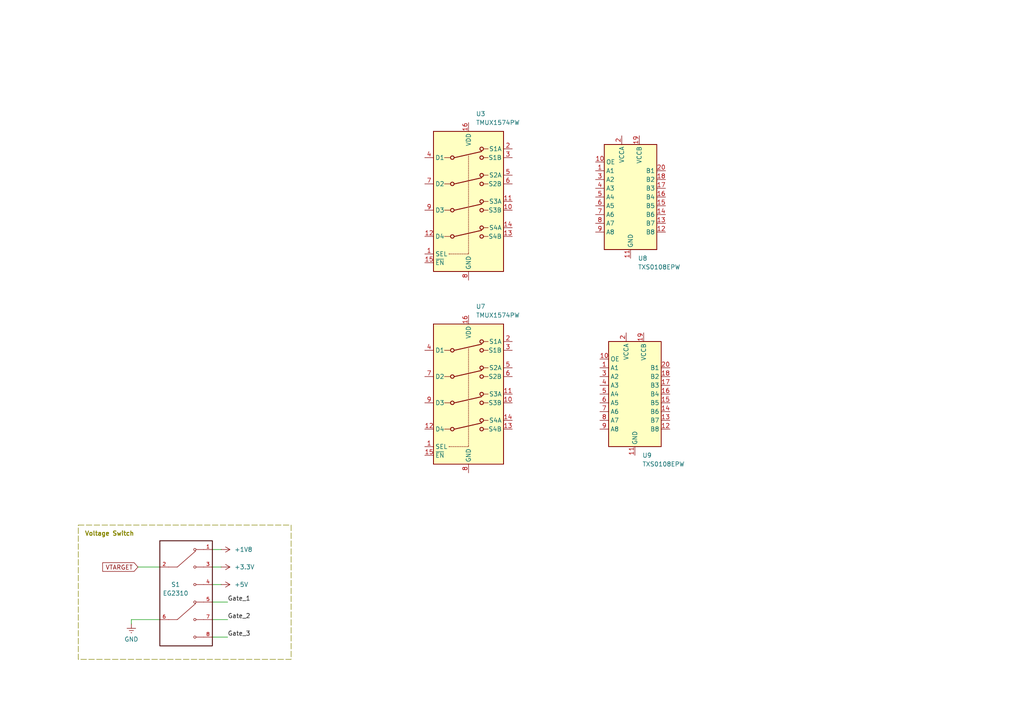
<source format=kicad_sch>
(kicad_sch (version 20250114) (generator "eeschema") (generator_version "9.0")
  (paper "A4")
  (lib_symbols
    (symbol "Analog_Switch:TMUX1574PW"
      (property "Reference" "U" (at -8.89 21.59 0))
      (property "Value" "TMUX1574PW" (at 7.62 21.59 0))
      (symbol "TMUX1574PW_1_1"
        (rectangle (start -10.16 20.32) (end 10.16 -20.32) (stroke (width 0.254)) (fill (type background)))
        (polyline (pts (xy -6.985 12.7) (xy -5.334 12.7)))
        (polyline (pts (xy -6.985 5.08) (xy -5.334 5.08)))
        (polyline (pts (xy -6.985 -2.54) (xy -5.334 -2.54)))
        (polyline (pts (xy -6.985 -10.16) (xy -5.334 -10.16)))
        (polyline (pts (xy -5.715 -15.24) (xy -5.207 -15.24)))
        (polyline (pts (xy -4.953 -15.24) (xy -4.699 -15.24)))
        (circle (center -4.699 12.7) (radius 0.508) (stroke (width 0.254)))
        (circle (center -4.699 5.08) (radius 0.508) (stroke (width 0.254)))
        (circle (center -4.699 -2.54) (radius 0.508) (stroke (width 0.254)))
        (circle (center -4.699 -10.16) (radius 0.508) (stroke (width 0.254)))
        (polyline (pts (xy -4.445 -15.24) (xy -4.191 -15.24)))
        (polyline (pts (xy -3.937 -15.24) (xy -3.683 -15.24)))
        (polyline (pts (xy -3.429 -15.24) (xy -3.175 -15.24)))
        (polyline (pts (xy -2.921 -15.24) (xy -2.667 -15.24)))
        (polyline (pts (xy -2.413 -15.24) (xy -2.159 -15.24)))
        (polyline (pts (xy -1.905 -15.24) (xy -1.651 -15.24)))
        (polyline (pts (xy -1.397 -15.24) (xy -1.143 -15.24)))
        (polyline (pts (xy -0.889 -15.24) (xy -0.635 -15.24)))
        (polyline (pts (xy -0.381 -15.24) (xy -0.127 -15.24)))
        (polyline (pts (xy 0 12.954) (xy 0 13.208)))
        (polyline (pts (xy 0 12.446) (xy 0 12.7)))
        (polyline (pts (xy 0 11.938) (xy 0 12.192)))
        (polyline (pts (xy 0 11.43) (xy 0 11.684)))
        (polyline (pts (xy 0 10.922) (xy 0 11.176)))
        (polyline (pts (xy 0 10.414) (xy 0 10.668)))
        (polyline (pts (xy 0 9.906) (xy 0 10.16)))
        (polyline (pts (xy 0 9.398) (xy 0 9.652)))
        (polyline (pts (xy 0 8.89) (xy 0 9.144)))
        (polyline (pts (xy 0 8.382) (xy 0 8.636)))
        (polyline (pts (xy 0 7.874) (xy 0 8.128)))
        (polyline (pts (xy 0 7.366) (xy 0 7.62)))
        (polyline (pts (xy 0 6.858) (xy 0 7.112)))
        (polyline (pts (xy 0 6.35) (xy 0 6.604)))
        (polyline (pts (xy 0 5.842) (xy 0 6.096)))
        (polyline (pts (xy 0 5.334) (xy 0 5.588)))
        (polyline (pts (xy 0 4.826) (xy 0 5.08)))
        (polyline (pts (xy 0 4.318) (xy 0 4.572)))
        (polyline (pts (xy 0 3.81) (xy 0 4.064)))
        (polyline (pts (xy 0 3.302) (xy 0 3.556)))
        (polyline (pts (xy 0 2.794) (xy 0 3.048)))
        (polyline (pts (xy 0 2.286) (xy 0 2.54)))
        (polyline (pts (xy 0 1.778) (xy 0 2.032)))
        (polyline (pts (xy 0 1.27) (xy 0 1.524)))
        (polyline (pts (xy 0 0.762) (xy 0 1.016)))
        (polyline (pts (xy 0 0.254) (xy 0 0.508)))
        (polyline (pts (xy 0 -0.254) (xy 0 0)))
        (polyline (pts (xy 0 -0.762) (xy 0 -0.508)))
        (polyline (pts (xy 0 -1.27) (xy 0 -1.016)))
        (polyline (pts (xy 0 -2.286) (xy 0 -2.032)))
        (polyline (pts (xy 0 -2.794) (xy 0 -2.54)))
        (polyline (pts (xy 0 -3.302) (xy 0 -3.048)))
        (polyline (pts (xy 0 -3.81) (xy 0 -3.556)))
        (polyline (pts (xy 0 -4.318) (xy 0 -4.064)))
        (polyline (pts (xy 0 -4.826) (xy 0 -4.572)))
        (polyline (pts (xy 0 -5.334) (xy 0 -5.08)))
        (polyline (pts (xy 0 -5.842) (xy 0 -5.588)))
        (polyline (pts (xy 0 -6.35) (xy 0 -6.096)))
        (polyline (pts (xy 0 -6.858) (xy 0 -6.604)))
        (polyline (pts (xy 0 -7.366) (xy 0 -7.112)))
        (polyline (pts (xy 0 -7.874) (xy 0 -7.62)))
        (polyline (pts (xy 0 -8.382) (xy 0 -8.128)))
        (polyline (pts (xy 0 -8.89) (xy 0 -8.636)))
        (polyline (pts (xy 0 -9.398) (xy 0 -9.144)))
        (polyline (pts (xy 0 -9.906) (xy 0 -9.652)))
        (polyline (pts (xy 0 -10.414) (xy 0 -10.16)))
        (polyline (pts (xy 0 -10.922) (xy 0 -10.668)))
        (polyline (pts (xy 0 -11.43) (xy 0 -11.176)))
        (polyline (pts (xy 0 -11.938) (xy 0 -11.684)))
        (polyline (pts (xy 0 -12.446) (xy 0 -12.192)))
        (polyline (pts (xy 0 -12.954) (xy 0 -12.7)))
        (polyline (pts (xy 0 -13.462) (xy 0 -13.208)))
        (polyline (pts (xy 0 -13.97) (xy 0 -13.716)))
        (polyline (pts (xy 0 -14.478) (xy 0 -14.224)))
        (polyline (pts (xy 0 -15.24) (xy 0 -14.732)))
        (circle (center 3.81 15.24) (radius 0.508) (stroke (width 0.254)))
        (polyline (pts (xy 3.81 14.478) (xy -4.064 12.7)) (stroke (width 0.254)))
        (circle (center 3.81 12.7) (radius 0.508) (stroke (width 0.254)))
        (circle (center 3.81 7.62) (radius 0.508) (stroke (width 0.254)))
        (polyline (pts (xy 3.81 6.858) (xy -4.064 5.08)) (stroke (width 0.254)))
        (circle (center 3.81 5.08) (radius 0.508) (stroke (width 0.254)))
        (circle (center 3.81 0) (radius 0.508) (stroke (width 0.254)))
        (polyline (pts (xy 3.81 -0.762) (xy -4.064 -2.54)) (stroke (width 0.254)))
        (circle (center 3.81 -2.54) (radius 0.508) (stroke (width 0.254)))
        (circle (center 3.81 -7.62) (radius 0.508) (stroke (width 0.254)))
        (polyline (pts (xy 3.81 -8.382) (xy -4.064 -10.16)) (stroke (width 0.254)))
        (circle (center 3.81 -10.16) (radius 0.508) (stroke (width 0.254)))
        (polyline (pts (xy 5.715 15.24) (xy 4.445 15.24)))
        (polyline (pts (xy 5.715 12.7) (xy 4.445 12.7)))
        (polyline (pts (xy 5.715 7.62) (xy 4.445 7.62)))
        (polyline (pts (xy 5.715 5.08) (xy 4.445 5.08)))
        (polyline (pts (xy 5.715 0) (xy 4.445 0)))
        (polyline (pts (xy 5.715 -2.54) (xy 4.445 -2.54)))
        (polyline (pts (xy 5.715 -7.62) (xy 4.445 -7.62)))
        (polyline (pts (xy 5.715 -10.16) (xy 4.445 -10.16)))
        (pin passive line (at -12.7 12.7 0) (length 2.54) (name "D1") (number "4"))
        (pin passive line (at -12.7 5.08 0) (length 2.54) (name "D2") (number "7"))
        (pin passive line (at -12.7 -2.54 0) (length 2.54) (name "D3") (number "9"))
        (pin passive line (at -12.7 -10.16 0) (length 2.54) (name "D4") (number "12"))
        (pin input line (at -12.7 -15.24 0) (length 2.54) (name "SEL") (number "1"))
        (pin input line (at -12.7 -17.78 0) (length 2.54) (name "~{EN}") (number "15"))
        (pin power_in line (at 0 22.86 270) (length 2.54) (name "VDD") (number "16"))
        (pin power_in line (at 0 -22.86 90) (length 2.54) (name "GND") (number "8"))
        (pin passive line (at 12.7 15.24 180) (length 2.54) (name "S1A") (number "2"))
        (pin passive line (at 12.7 12.7 180) (length 2.54) (name "S1B") (number "3"))
        (pin passive line (at 12.7 7.62 180) (length 2.54) (name "S2A") (number "5"))
        (pin passive line (at 12.7 5.08 180) (length 2.54) (name "S2B") (number "6"))
        (pin passive line (at 12.7 0 180) (length 2.54) (name "S3A") (number "11"))
        (pin passive line (at 12.7 -2.54 180) (length 2.54) (name "S3B") (number "10"))
        (pin passive line (at 12.7 -7.62 180) (length 2.54) (name "S4A") (number "14"))
        (pin passive line (at 12.7 -10.16 180) (length 2.54) (name "S4B") (number "13"))
      )
    )
    (symbol "Device:LED" (pin_numbers (hide yes)) (pin_names (offset 1.016) (hide yes))
      (property "Reference" "D" (at 0 2.54 0))
      (property "Value" "LED" (at 0 -2.54 0))
      (symbol "LED_0_1"
        (polyline (pts (xy -3.048 -0.762) (xy -4.572 -2.286) (xy -3.81 -2.286) (xy -4.572 -2.286) (xy -4.572 -1.524)))
        (polyline (pts (xy -1.778 -0.762) (xy -3.302 -2.286) (xy -2.54 -2.286) (xy -3.302 -2.286) (xy -3.302 -1.524)))
        (polyline (pts (xy -1.27 0) (xy 1.27 0)))
        (polyline (pts (xy -1.27 -1.27) (xy -1.27 1.27)) (stroke (width 0.254)))
        (polyline (pts (xy 1.27 -1.27) (xy 1.27 1.27) (xy -1.27 0) (xy 1.27 -1.27)) (stroke (width 0.254)))
      )
      (symbol "LED_1_1"
        (pin passive line (at -3.81 0 0) (length 2.54) (name "K") (number "1"))
        (pin passive line (at 3.81 0 180) (length 2.54) (name "A") (number "2"))
      )
    )
    (symbol "Device:R" (pin_numbers (hide yes)) (pin_names (offset 0))
      (property "Reference" "R" (at 2.032 0 90))
      (property "Value" "R" (at 0 0 90))
      (symbol "R_0_1"
        (rectangle (start -1.016 -2.54) (end 1.016 2.54) (stroke (width 0.254)))
      )
      (symbol "R_1_1"
        (pin passive line (at 0 3.81 270) (length 1.27) (name "~") (number "1"))
        (pin passive line (at 0 -3.81 90) (length 1.27) (name "~") (number "2"))
      )
    )
    (symbol "EG2310:EG2310" (pin_names (offset 1.016))
      (property "Reference" "S" (at -2.54 15.24 0))
      (property "Value" "EG2310" (at -2.54 -15.24 0))
      (symbol "EG2310_0_0"
        (polyline (pts (xy -2.54 7.62) (xy -5.08 7.62)) (stroke (width 0.1524)))
        (polyline (pts (xy -2.54 7.62) (xy 2.794 12.2936)) (stroke (width 0.1524)))
        (polyline (pts (xy -2.54 -7.62) (xy -5.08 -7.62)) (stroke (width 0.1524)))
        (polyline (pts (xy -2.54 -7.62) (xy 2.794 -2.9464)) (stroke (width 0.1524)))
        (circle (center 2.54 12.7) (radius 0.3302) (stroke (width 0.1524)))
        (circle (center 2.54 7.62) (radius 0.3302) (stroke (width 0.1524)))
        (circle (center 2.54 2.54) (radius 0.3302) (stroke (width 0.1524)))
        (circle (center 2.54 -2.54) (radius 0.3302) (stroke (width 0.1524)))
        (circle (center 2.54 -7.62) (radius 0.3302) (stroke (width 0.1524)))
        (circle (center 2.54 -12.7) (radius 0.3302) (stroke (width 0.1524)))
        (polyline (pts (xy 5.08 12.7) (xy 2.921 12.7)) (stroke (width 0.1524)))
        (polyline (pts (xy 5.08 7.62) (xy 2.921 7.62)) (stroke (width 0.1524)))
        (polyline (pts (xy 5.08 2.54) (xy 2.921 2.54)) (stroke (width 0.1524)))
        (polyline (pts (xy 5.08 -2.54) (xy 2.921 -2.54)) (stroke (width 0.1524)))
        (polyline (pts (xy 5.08 -7.62) (xy 2.921 -7.62)) (stroke (width 0.1524)))
        (polyline (pts (xy 5.08 -12.7) (xy 2.921 -12.7)) (stroke (width 0.1524)))
        (pin passive line (at -7.62 7.62 0) (length 2.54) (name "~") (number "2"))
        (pin passive line (at -7.62 -7.62 0) (length 2.54) (name "~") (number "6"))
        (pin passive line (at 7.62 12.7 180) (length 2.54) (name "~") (number "1"))
        (pin passive line (at 7.62 7.62 180) (length 2.54) (name "~") (number "3"))
        (pin passive line (at 7.62 2.54 180) (length 2.54) (name "~") (number "4"))
        (pin passive line (at 7.62 -2.54 180) (length 2.54) (name "~") (number "5"))
        (pin passive line (at 7.62 -7.62 180) (length 2.54) (name "~") (number "7"))
        (pin passive line (at 7.62 -12.7 180) (length 2.54) (name "~") (number "8"))
      )
    )
    (symbol "Logic_LevelTranslator:LSF0108PW"
      (property "Reference" "U" (at -6.35 16.51 0))
      (property "Value" "LSF0108PW" (at 3.81 16.51 0))
      (symbol "LSF0108PW_0_1"
        (rectangle (start -7.62 15.24) (end 7.62 -15.24) (stroke (width 0.254)) (fill (type background)))
        (polyline (pts (xy -2.54 0) (xy -2.54 1.016) (xy -0.762 1.016)))
        (polyline (pts (xy -0.762 -1.016) (xy -2.54 -1.016) (xy -2.54 0) (xy -4.572 0)))
        (polyline (pts (xy -0.762 -1.016) (xy 1.016 0) (xy 1.016 -2.032) (xy -0.762 -1.016)))
        (polyline (pts (xy 1.016 1.016) (xy -0.762 0) (xy -0.762 2.032) (xy 1.016 1.016)))
        (polyline (pts (xy 1.016 1.016) (xy 2.794 1.016) (xy 2.794 0) (xy 4.064 0)))
        (polyline (pts (xy 2.794 0) (xy 2.794 -1.016) (xy 1.016 -1.016)))
      )
      (symbol "LSF0108PW_1_1"
        (pin input line (at -10.16 10.16 0) (length 2.54) (name "EN") (number "20"))
        (pin bidirectional line (at -10.16 7.62 0) (length 2.54) (name "A1") (number "3"))
        (pin bidirectional line (at -10.16 5.08 0) (length 2.54) (name "A2") (number "4"))
        (pin bidirectional line (at -10.16 2.54 0) (length 2.54) (name "A3") (number "5"))
        (pin bidirectional line (at -10.16 0 0) (length 2.54) (name "A4") (number "6"))
        (pin bidirectional line (at -10.16 -2.54 0) (length 2.54) (name "A5") (number "7"))
        (pin bidirectional line (at -10.16 -5.08 0) (length 2.54) (name "A6") (number "8"))
        (pin bidirectional line (at -10.16 -7.62 0) (length 2.54) (name "A7") (number "9"))
        (pin bidirectional line (at -10.16 -10.16 0) (length 2.54) (name "A8") (number "10"))
        (pin power_in line (at -2.54 17.78 270) (length 2.54) (name "RefA") (number "2"))
        (pin power_in line (at 0 -17.78 90) (length 2.54) (name "GND") (number "1"))
        (pin power_in line (at 2.54 17.78 270) (length 2.54) (name "RefB") (number "19"))
        (pin bidirectional line (at 10.16 7.62 180) (length 2.54) (name "B1") (number "18"))
        (pin bidirectional line (at 10.16 5.08 180) (length 2.54) (name "B2") (number "17"))
        (pin bidirectional line (at 10.16 2.54 180) (length 2.54) (name "B3") (number "16"))
        (pin bidirectional line (at 10.16 0 180) (length 2.54) (name "B4") (number "15"))
        (pin bidirectional line (at 10.16 -2.54 180) (length 2.54) (name "B5") (number "14"))
        (pin bidirectional line (at 10.16 -5.08 180) (length 2.54) (name "B6") (number "13"))
        (pin bidirectional line (at 10.16 -7.62 180) (length 2.54) (name "B7") (number "12"))
        (pin bidirectional line (at 10.16 -10.16 180) (length 2.54) (name "B8") (number "11"))
      )
    )
    (symbol "Logic_LevelTranslator:TXS0108EPW"
      (property "Reference" "U" (at -6.35 16.51 0))
      (property "Value" "TXS0108EPW" (at 3.81 16.51 0))
      (symbol "TXS0108EPW_0_1"
        (rectangle (start -7.62 15.24) (end 7.62 -15.24) (stroke (width 0.254)) (fill (type background)))
      )
      (symbol "TXS0108EPW_1_1"
        (pin input line (at -10.16 10.16 0) (length 2.54) (name "OE") (number "10"))
        (pin bidirectional line (at -10.16 7.62 0) (length 2.54) (name "A1") (number "1"))
        (pin bidirectional line (at -10.16 5.08 0) (length 2.54) (name "A2") (number "3"))
        (pin bidirectional line (at -10.16 2.54 0) (length 2.54) (name "A3") (number "4"))
        (pin bidirectional line (at -10.16 0 0) (length 2.54) (name "A4") (number "5"))
        (pin bidirectional line (at -10.16 -2.54 0) (length 2.54) (name "A5") (number "6"))
        (pin bidirectional line (at -10.16 -5.08 0) (length 2.54) (name "A6") (number "7"))
        (pin bidirectional line (at -10.16 -7.62 0) (length 2.54) (name "A7") (number "8"))
        (pin bidirectional line (at -10.16 -10.16 0) (length 2.54) (name "A8") (number "9"))
        (pin power_in line (at -2.54 17.78 270) (length 2.54) (name "VCCA") (number "2"))
        (pin power_in line (at 0 -17.78 90) (length 2.54) (name "GND") (number "11"))
        (pin power_in line (at 2.54 17.78 270) (length 2.54) (name "VCCB") (number "19"))
        (pin bidirectional line (at 10.16 7.62 180) (length 2.54) (name "B1") (number "20"))
        (pin bidirectional line (at 10.16 5.08 180) (length 2.54) (name "B2") (number "18"))
        (pin bidirectional line (at 10.16 2.54 180) (length 2.54) (name "B3") (number "17"))
        (pin bidirectional line (at 10.16 0 180) (length 2.54) (name "B4") (number "16"))
        (pin bidirectional line (at 10.16 -2.54 180) (length 2.54) (name "B5") (number "15"))
        (pin bidirectional line (at 10.16 -5.08 180) (length 2.54) (name "B6") (number "14"))
        (pin bidirectional line (at 10.16 -7.62 180) (length 2.54) (name "B7") (number "13"))
        (pin bidirectional line (at 10.16 -10.16 180) (length 2.54) (name "B8") (number "12"))
      )
    )
    (symbol "Transistor_FET:2N7002" (pin_names (offset 0) (hide yes))
      (property "Reference" "Q" (at 5.08 1.905 0))
      (property "Value" "2N7002" (at 5.08 0 0))
      (symbol "2N7002_0_1"
        (polyline (pts (xy 0.254 1.905) (xy 0.254 -1.905)) (stroke (width 0.254)))
        (polyline (pts (xy 0.254 0) (xy -2.54 0)))
        (polyline (pts (xy 0.762 2.286) (xy 0.762 1.27)) (stroke (width 0.254)))
        (polyline (pts (xy 0.762 0.508) (xy 0.762 -0.508)) (stroke (width 0.254)))
        (polyline (pts (xy 0.762 -1.27) (xy 0.762 -2.286)) (stroke (width 0.254)))
        (polyline (pts (xy 0.762 -1.778) (xy 3.302 -1.778) (xy 3.302 1.778) (xy 0.762 1.778)))
        (polyline (pts (xy 1.016 0) (xy 2.032 0.381) (xy 2.032 -0.381) (xy 1.016 0)) (fill (type outline)))
        (circle (center 1.651 0) (radius 2.794) (stroke (width 0.254)))
        (polyline (pts (xy 2.54 2.54) (xy 2.54 1.778)))
        (circle (center 2.54 1.778) (radius 0.254) (fill (type outline)))
        (circle (center 2.54 -1.778) (radius 0.254) (fill (type outline)))
        (polyline (pts (xy 2.54 -2.54) (xy 2.54 0) (xy 0.762 0)))
        (polyline (pts (xy 2.921 0.381) (xy 3.683 0.381)))
        (polyline (pts (xy 3.302 0.381) (xy 2.921 -0.254) (xy 3.683 -0.254) (xy 3.302 0.381)))
      )
      (symbol "2N7002_1_1"
        (pin input line (at -5.08 0 0) (length 2.54) (name "G") (number "1"))
        (pin passive line (at 2.54 5.08 270) (length 2.54) (name "D") (number "3"))
        (pin passive line (at 2.54 -5.08 90) (length 2.54) (name "S") (number "2"))
      )
    )
    (symbol "power:+1V8" (power) (pin_numbers (hide yes)) (pin_names (offset 0) (hide yes))
      (property "Value" "+1V8" (at 0 3.556 0))
      (symbol "+1V8_0_1"
        (polyline (pts (xy -0.762 1.27) (xy 0 2.54)))
        (polyline (pts (xy 0 2.54) (xy 0.762 1.27)))
        (polyline (pts (xy 0 0) (xy 0 2.54)))
      )
      (symbol "+1V8_1_1"
        (pin power_in line (at 0 0 90) (length 0) (name "~") (number "1"))
      )
    )
    (symbol "power:+3.3V" (power) (pin_numbers (hide yes)) (pin_names (offset 0) (hide yes))
      (property "Value" "+3.3V" (at 0 3.556 0))
      (symbol "+3.3V_0_1"
        (polyline (pts (xy -0.762 1.27) (xy 0 2.54)))
        (polyline (pts (xy 0 2.54) (xy 0.762 1.27)))
        (polyline (pts (xy 0 0) (xy 0 2.54)))
      )
      (symbol "+3.3V_1_1"
        (pin power_in line (at 0 0 90) (length 0) (name "~") (number "1"))
      )
    )
    (symbol "power:+5V" (power) (pin_numbers (hide yes)) (pin_names (offset 0) (hide yes))
      (property "Value" "+5V" (at 0 3.556 0))
      (symbol "+5V_0_1"
        (polyline (pts (xy -0.762 1.27) (xy 0 2.54)))
        (polyline (pts (xy 0 2.54) (xy 0.762 1.27)))
        (polyline (pts (xy 0 0) (xy 0 2.54)))
      )
      (symbol "+5V_1_1"
        (pin power_in line (at 0 0 90) (length 0) (name "~") (number "1"))
      )
    )
    (symbol "power:Earth" (power) (pin_numbers (hide yes)) (pin_names (offset 0) (hide yes))
      (property "Value" "Earth" (at 0 -3.81 0))
      (symbol "Earth_0_1"
        (polyline (pts (xy -0.635 -1.905) (xy 0.635 -1.905)))
        (polyline (pts (xy -0.127 -2.54) (xy 0.127 -2.54)))
        (polyline (pts (xy 0 -1.27) (xy 0 0)))
        (polyline (pts (xy 1.27 -1.27) (xy -1.27 -1.27)))
      )
      (symbol "Earth_1_1"
        (pin power_in line (at 0 0 270) (length 0) (name "~") (number "1"))
      )
    )
  )
  (rectangle (start 22.7 152.29) (end 84.435 191.245) (stroke (width 0) (type dash) (color 132 132 0 1)))
  (rectangle (start 407.67 58.42) (end 478.68 125.25) (stroke (width 0) (type dash) (color 132 132 0 1)))
  (rectangle (start 46.355 156.845) (end 61.595 187.325) (stroke (width 0.254) (color 72 0 0 1)))
  (rectangle (start 495.3 58.42) (end 566.31 125.25) (stroke (width 0) (type dash) (color 132 132 0 1)))
  (rectangle (start -105.055 40.425) (end -17.93 93.675) (stroke (width 0) (type dash) (color 132 132 0 1)))
  (rectangle (start 320.04 58.42) (end 391.685 125.25) (stroke (width 0) (type dash) (color 132 132 0 1)))
  (text "Voltage Switch" (at 31.75 154.94 0) (effects (font (size 1.27 1.27) (thickness 0.254) (bold yes))))
  (text "1.8V Voltage Translator" (at 508.762 61.214 0) (effects (font (size 1.27 1.27) (thickness 0.254) (bold yes))))
  (text "MOSFET Enabling Circuit" (at -92.71 42.545 0) (effects (font (size 1.27 1.27) (thickness 0.254) (bold yes))))
  (text "3.3V Voltage Translator" (at 420.878 60.96 0) (effects (font (size 1.27 1.27) (thickness 0.254) (bold yes))))
  (text "5V Voltage Translator" (at 332.486 60.96 0) (effects (font (size 1.27 1.27) (thickness 0.254) (bold yes))))
  (wire (pts (xy 362.585 76.2) (xy 360.68 76.2)))
  (wire (pts (xy -66.04 85.725) (xy -66.04 84.455)))
  (wire (pts (xy 532.765 76.835) (xy 532.765 79.375)))
  (wire (pts (xy 346.71 88.9) (xy 347.98 88.9)))
  (wire (pts (xy 358.14 114.3) (xy 358.14 117.475)))
  (wire (pts (xy 368.3 99.06) (xy 369.57 99.06)))
  (wire (pts (xy 455.295 106.68) (xy 464.185 106.68)))
  (wire (pts (xy 423.545 106.68) (xy 434.975 106.68)))
  (wire (pts (xy 368.3 106.68) (xy 377.19 106.68)))
  (wire (pts (xy 527.685 76.835) (xy 527.685 79.375)))
  (wire (pts (xy 551.815 102.235) (xy 540.385 102.235)))
  (wire (pts (xy 38.1 180.975) (xy 38.1 179.705)))
  (wire (pts (xy 368.3 101.6) (xy 377.19 101.6)))
  (wire (pts (xy 455.295 101.6) (xy 464.185 101.6)))
  (wire (pts (xy 455.295 93.98) (xy 456.565 93.98)))
  (wire (pts (xy 540.385 89.535) (xy 541.655 89.535)))
  (wire (pts (xy 61.595 174.625) (xy 66.04 174.625)))
  (wire (pts (xy 362.585 64.77) (xy 362.585 67.31)))
  (wire (pts (xy 449.58 64.77) (xy 449.58 67.31)))
  (wire (pts (xy 534.67 76.835) (xy 534.67 75.565)))
  (wire (pts (xy 360.68 76.2) (xy 360.68 78.74)))
  (wire (pts (xy 520.065 102.235) (xy 509.905 102.235)))
  (wire (pts (xy 447.675 76.2) (xy 447.675 78.74)))
  (wire (pts (xy 455.295 88.9) (xy 456.565 88.9)))
  (wire (pts (xy 520.065 107.315) (xy 509.905 107.315)))
  (wire (pts (xy 518.16 86.995) (xy 520.065 86.995)))
  (wire (pts (xy 368.3 88.9) (xy 369.57 88.9)))
  (wire (pts (xy 525.78 76.835) (xy 527.685 76.835)))
  (wire (pts (xy 433.705 93.98) (xy 434.975 93.98)))
  (wire (pts (xy 38.1 179.705) (xy 46.355 179.705)))
  (wire (pts (xy 368.3 104.14) (xy 369.57 104.14)))
  (wire (pts (xy 346.075 86.36) (xy 347.98 86.36)))
  (wire (pts (xy 520.065 92.075) (xy 509.905 92.075)))
  (wire (pts (xy -92.075 85.725) (xy -92.075 84.455)))
  (wire (pts (xy -57.785 72.39) (xy -57.785 76.835)))
  (wire (pts (xy 520.065 94.615) (xy 517.525 94.615)))
  (wire (pts (xy -19.685 84.455) (xy -26.67 84.455)))
  (wire (pts (xy -31.75 51.435) (xy -31.75 53.975)))
  (wire (pts (xy 534.67 76.835) (xy 532.765 76.835)))
  (wire (pts (xy 346.71 99.06) (xy 347.98 99.06)))
  (wire (pts (xy 423.545 96.52) (xy 434.975 96.52)))
  (wire (pts (xy 355.6 76.2) (xy 355.6 78.74)))
  (wire (pts (xy 551.815 107.315) (xy 540.385 107.315)))
  (wire (pts (xy 455.295 99.06) (xy 456.565 99.06)))
  (wire (pts (xy 61.595 169.545) (xy 64.135 169.545)))
  (wire (pts (xy 551.815 97.155) (xy 540.385 97.155)))
  (wire (pts (xy -31.75 61.595) (xy -31.75 64.77)))
  (wire (pts (xy 540.385 104.775) (xy 541.655 104.775)))
  (wire (pts (xy 353.695 76.2) (xy 355.6 76.2)))
  (wire (pts (xy 336.55 106.68) (xy 347.98 106.68)))
  (wire (pts (xy 61.595 179.705) (xy 66.04 179.705)))
  (wire (pts (xy 346.71 104.14) (xy 347.98 104.14)))
  (wire (pts (xy 551.815 92.075) (xy 540.385 92.075)))
  (wire (pts (xy 530.225 114.935) (xy 530.225 118.11)))
  (wire (pts (xy 433.705 99.06) (xy 434.975 99.06)))
  (wire (pts (xy 455.295 96.52) (xy 464.185 96.52)))
  (wire (pts (xy 40.005 164.465) (xy 46.355 164.465)))
  (wire (pts (xy 61.595 159.385) (xy 64.135 159.385)))
  (wire (pts (xy 368.3 96.52) (xy 377.19 96.52)))
  (wire (pts (xy 368.3 93.98) (xy 369.57 93.98)))
  (wire (pts (xy 346.71 93.98) (xy 347.98 93.98)))
  (wire (pts (xy 455.295 104.14) (xy 456.565 104.14)))
  (wire (pts (xy 445.135 114.3) (xy 445.135 117.475)))
  (wire (pts (xy 540.385 99.695) (xy 541.655 99.695)))
  (wire (pts (xy -57.785 61.595) (xy -57.785 64.77)))
  (wire (pts (xy 61.595 164.465) (xy 64.135 164.465)))
  (wire (pts (xy 440.69 76.2) (xy 442.595 76.2)))
  (wire (pts (xy 336.55 91.44) (xy 347.98 91.44)))
  (wire (pts (xy 433.705 104.14) (xy 434.975 104.14)))
  (wire (pts (xy -40.005 84.455) (xy -36.83 84.455)))
  (wire (pts (xy -83.82 72.39) (xy -83.82 76.835)))
  (wire (pts (xy 368.3 91.44) (xy 377.19 91.44)))
  (wire (pts (xy 433.705 88.9) (xy 434.975 88.9)))
  (wire (pts (xy 520.065 97.155) (xy 509.905 97.155)))
  (wire (pts (xy 525.78 75.565) (xy 525.78 76.835)))
  (wire (pts (xy -71.755 84.455) (xy -78.74 84.455)))
  (wire (pts (xy 362.585 76.2) (xy 362.585 74.93)))
  (wire (pts (xy 433.07 86.36) (xy 434.975 86.36)))
  (wire (pts (xy 520.065 99.695) (xy 517.525 99.695)))
  (wire (pts (xy 520.065 89.535) (xy 517.525 89.535)))
  (wire (pts (xy -45.72 84.455) (xy -52.705 84.455)))
  (wire (pts (xy 442.595 76.2) (xy 442.595 78.74)))
  (wire (pts (xy 449.58 76.2) (xy 449.58 74.93)))
  (wire (pts (xy 423.545 91.44) (xy 434.975 91.44)))
  (wire (pts (xy -66.04 84.455) (xy -62.865 84.455)))
  (wire (pts (xy -40.005 85.725) (xy -40.005 84.455)))
  (wire (pts (xy 353.695 74.93) (xy 353.695 76.2)))
  (wire (pts (xy 534.67 65.405) (xy 534.67 67.945)))
  (wire (pts (xy 449.58 76.2) (xy 447.675 76.2)))
  (wire (pts (xy -57.785 51.435) (xy -57.785 53.975)))
  (wire (pts (xy 336.55 101.6) (xy 347.98 101.6)))
  (wire (pts (xy 336.55 96.52) (xy 347.98 96.52)))
  (wire (pts (xy 520.065 104.775) (xy 517.525 104.775)))
  (wire (pts (xy 61.595 184.785) (xy 66.04 184.785)))
  (wire (pts (xy 540.385 94.615) (xy 541.655 94.615)))
  (wire (pts (xy 423.545 101.6) (xy 434.975 101.6)))
  (wire (pts (xy -83.82 51.435) (xy -83.82 53.975)))
  (wire (pts (xy 455.295 91.44) (xy 464.185 91.44)))
  (wire (pts (xy 440.69 74.93) (xy 440.69 76.2)))
  (wire (pts (xy -31.75 72.39) (xy -31.75 76.835)))
  (wire (pts (xy -83.82 61.595) (xy -83.82 64.77)))
  (wire (pts (xy -92.075 84.455) (xy -88.9 84.455)))
  (label "RefB_2" (at -45.72 84.455 180))
  (label "Gate_1" (at -83.82 74.93 180))
  (label "RefB_2" (at 433.07 86.36 180))
  (label "RefB_3" (at -19.685 84.455 180))
  (label "D2" (at -57.785 64.135 180))
  (label "D1" (at -83.82 64.135 180))
  (label "Gate_3" (at -31.75 74.93 180))
  (label "Gate_1" (at 66.04 174.625 0))
  (label "RefB_3" (at 518.16 86.995 180))
  (label "RefB_2" (at 449.58 76.2 0))
  (label "D3" (at -31.75 64.135 180))
  (label "Gate_2" (at -57.785 74.93 180))
  (label "RefB_3" (at 534.67 76.835 0))
  (label "Gate_3" (at 66.04 184.785 0))
  (label "RefB_1" (at 362.585 76.2 0))
  (label "RefB_1" (at -71.755 84.455 180))
  (label "Gate_2" (at 66.04 179.705 0))
  (label "RefB_1" (at 346.075 86.36 180))
  (global_label "GPIO11" (shape input) (at 336.55 101.6 180) (property "Intersheetrefs" "${INTERSHEET_REFS}" (at 326.6705 101.6 0) (effects (justify right))))
  (global_label "GPIO15" (shape input) (at 541.655 89.535 0) (property "Intersheetrefs" "${INTERSHEET_REFS}" (at 551.5345 89.535 0) (effects (justify left))))
  (global_label "IO13" (shape bidirectional) (at 509.905 107.315 180) (property "Intersheetrefs" "${INTERSHEET_REFS}" (at 501.4542 107.315 0) (effects (justify right))))
  (global_label "GPIO18" (shape input) (at 551.815 97.155 0) (property "Intersheetrefs" "${INTERSHEET_REFS}" (at 561.6945 97.155 0) (effects (justify left))))
  (global_label "GPIO16" (shape input) (at 551.815 92.075 0) (property "Intersheetrefs" "${INTERSHEET_REFS}" (at 561.6945 92.075 0) (effects (justify left))))
  (global_label "IO17" (shape bidirectional) (at 456.565 93.98 0) (property "Intersheetrefs" "${INTERSHEET_REFS}" (at 465.0158 93.98 0) (effects (justify left))))
  (global_label "GPIO13" (shape input) (at 551.815 107.315 0) (property "Intersheetrefs" "${INTERSHEET_REFS}" (at 561.6945 107.315 0) (effects (justify left))))
  (global_label "IO18" (shape bidirectional) (at 464.185 96.52 0) (property "Intersheetrefs" "${INTERSHEET_REFS}" (at 472.6358 96.52 0) (effects (justify left))))
  (global_label "IO18" (shape bidirectional) (at 377.19 96.52 0) (property "Intersheetrefs" "${INTERSHEET_REFS}" (at 385.6408 96.52 0) (effects (justify left))))
  (global_label "IO12" (shape bidirectional) (at 369.57 104.14 0) (property "Intersheetrefs" "${INTERSHEET_REFS}" (at 378.0208 104.14 0) (effects (justify left))))
  (global_label "IO11" (shape bidirectional) (at 509.905 102.235 180) (property "Intersheetrefs" "${INTERSHEET_REFS}" (at 501.4542 102.235 0) (effects (justify right))))
  (global_label "IO17" (shape bidirectional) (at 517.525 94.615 180) (property "Intersheetrefs" "${INTERSHEET_REFS}" (at 509.0742 94.615 0) (effects (justify right))))
  (global_label "GPIO18" (shape input) (at 336.55 96.52 180) (property "Intersheetrefs" "${INTERSHEET_REFS}" (at 326.6705 96.52 0) (effects (justify right))))
  (global_label "GPIO10" (shape input) (at 346.71 99.06 180) (property "Intersheetrefs" "${INTERSHEET_REFS}" (at 336.8305 99.06 0) (effects (justify right))))
  (global_label "IO11" (shape bidirectional) (at 464.185 101.6 0) (property "Intersheetrefs" "${INTERSHEET_REFS}" (at 472.6358 101.6 0) (effects (justify left))))
  (global_label "IO10" (shape bidirectional) (at 369.57 99.06 0) (property "Intersheetrefs" "${INTERSHEET_REFS}" (at 378.0208 99.06 0) (effects (justify left))))
  (global_label "IO10" (shape bidirectional) (at 517.525 99.695 180) (property "Intersheetrefs" "${INTERSHEET_REFS}" (at 509.0742 99.695 0) (effects (justify right))))
  (global_label "GPIO17" (shape input) (at 433.705 93.98 180) (property "Intersheetrefs" "${INTERSHEET_REFS}" (at 423.8255 93.98 0) (effects (justify right))))
  (global_label "GPIO16" (shape input) (at 423.545 91.44 180) (property "Intersheetrefs" "${INTERSHEET_REFS}" (at 413.6655 91.44 0) (effects (justify right))))
  (global_label "GPIO11" (shape input) (at 551.815 102.235 0) (property "Intersheetrefs" "${INTERSHEET_REFS}" (at 561.6945 102.235 0) (effects (justify left))))
  (global_label "IO13" (shape bidirectional) (at 464.185 106.68 0) (property "Intersheetrefs" "${INTERSHEET_REFS}" (at 472.6358 106.68 0) (effects (justify left))))
  (global_label "IO16" (shape bidirectional) (at 377.19 91.44 0) (property "Intersheetrefs" "${INTERSHEET_REFS}" (at 385.6408 91.44 0) (effects (justify left))))
  (global_label "GPIO11" (shape input) (at 423.545 101.6 180) (property "Intersheetrefs" "${INTERSHEET_REFS}" (at 413.6655 101.6 0) (effects (justify right))))
  (global_label "IO11" (shape bidirectional) (at 377.19 101.6 0) (property "Intersheetrefs" "${INTERSHEET_REFS}" (at 385.6408 101.6 0) (effects (justify left))))
  (global_label "IO18" (shape bidirectional) (at 509.905 97.155 180) (property "Intersheetrefs" "${INTERSHEET_REFS}" (at 501.4542 97.155 0) (effects (justify right))))
  (global_label "IO17" (shape bidirectional) (at 369.57 93.98 0) (property "Intersheetrefs" "${INTERSHEET_REFS}" (at 378.0208 93.98 0) (effects (justify left))))
  (global_label "GPIO12" (shape input) (at 433.705 104.14 180) (property "Intersheetrefs" "${INTERSHEET_REFS}" (at 423.8255 104.14 0) (effects (justify right))))
  (global_label "GPIO16" (shape input) (at 336.55 91.44 180) (property "Intersheetrefs" "${INTERSHEET_REFS}" (at 326.6705 91.44 0) (effects (justify right))))
  (global_label "GPIO17" (shape input) (at 346.71 93.98 180) (property "Intersheetrefs" "${INTERSHEET_REFS}" (at 336.8305 93.98 0) (effects (justify right))))
  (global_label "GPIO18" (shape input) (at 423.545 96.52 180) (property "Intersheetrefs" "${INTERSHEET_REFS}" (at 413.6655 96.52 0) (effects (justify right))))
  (global_label "GPIO13" (shape input) (at 423.545 106.68 180) (property "Intersheetrefs" "${INTERSHEET_REFS}" (at 413.6655 106.68 0) (effects (justify right))))
  (global_label "IO15" (shape bidirectional) (at 456.565 88.9 0) (property "Intersheetrefs" "${INTERSHEET_REFS}" (at 465.0158 88.9 0) (effects (justify left))))
  (global_label "IO15" (shape bidirectional) (at 369.57 88.9 0) (property "Intersheetrefs" "${INTERSHEET_REFS}" (at 378.0208 88.9 0) (effects (justify left))))
  (global_label "IO15" (shape bidirectional) (at 517.525 89.535 180) (property "Intersheetrefs" "${INTERSHEET_REFS}" (at 509.0742 89.535 0) (effects (justify right))))
  (global_label "VTARGET" (shape input) (at 40.005 164.465 180) (property "Intersheetrefs" "${INTERSHEET_REFS}" (at 29.2184 164.465 0) (effects (justify right))))
  (global_label "GPIO12" (shape input) (at 541.655 104.775 0) (property "Intersheetrefs" "${INTERSHEET_REFS}" (at 551.5345 104.775 0) (effects (justify left))))
  (global_label "GPIO10" (shape input) (at 541.655 99.695 0) (property "Intersheetrefs" "${INTERSHEET_REFS}" (at 551.5345 99.695 0) (effects (justify left))))
  (global_label "IO16" (shape bidirectional) (at 509.905 92.075 180) (property "Intersheetrefs" "${INTERSHEET_REFS}" (at 501.4542 92.075 0) (effects (justify right))))
  (global_label "GPIO17" (shape input) (at 541.655 94.615 0) (property "Intersheetrefs" "${INTERSHEET_REFS}" (at 551.5345 94.615 0) (effects (justify left))))
  (global_label "GPIO13" (shape input) (at 336.55 106.68 180) (property "Intersheetrefs" "${INTERSHEET_REFS}" (at 326.6705 106.68 0) (effects (justify right))))
  (global_label "IO12" (shape bidirectional) (at 456.565 104.14 0) (property "Intersheetrefs" "${INTERSHEET_REFS}" (at 465.0158 104.14 0) (effects (justify left))))
  (global_label "GPIO15" (shape input) (at 433.705 88.9 180) (property "Intersheetrefs" "${INTERSHEET_REFS}" (at 423.8255 88.9 0) (effects (justify right))))
  (global_label "IO13" (shape bidirectional) (at 377.19 106.68 0) (property "Intersheetrefs" "${INTERSHEET_REFS}" (at 385.6408 106.68 0) (effects (justify left))))
  (global_label "IO10" (shape bidirectional) (at 456.565 99.06 0) (property "Intersheetrefs" "${INTERSHEET_REFS}" (at 465.0158 99.06 0) (effects (justify left))))
  (global_label "GPIO15" (shape input) (at 346.71 88.9 180) (property "Intersheetrefs" "${INTERSHEET_REFS}" (at 336.8305 88.9 0) (effects (justify right))))
  (global_label "GPIO10" (shape input) (at 433.705 99.06 180) (property "Intersheetrefs" "${INTERSHEET_REFS}" (at 423.8255 99.06 0) (effects (justify right))))
  (global_label "IO12" (shape bidirectional) (at 517.525 104.775 180) (property "Intersheetrefs" "${INTERSHEET_REFS}" (at 509.0742 104.775 0) (effects (justify right))))
  (global_label "GPIO12" (shape input) (at 346.71 104.14 180) (property "Intersheetrefs" "${INTERSHEET_REFS}" (at 336.8305 104.14 0) (effects (justify right))))
  (global_label "IO16" (shape bidirectional) (at 464.185 91.44 0) (property "Intersheetrefs" "${INTERSHEET_REFS}" (at 472.6358 91.44 0) (effects (justify left))))
  (symbol (lib_id "power:+3.3V") (at 353.695 74.93 0) (unit 1)
    (property "Reference" "#PWR042" (effects (hide yes)))
    (property "Value" "+3.3V" (at 353.695 70.485 0))
    (property "Description" "Power symbol creates a global label with name \"+3.3V\"" (effects (hide yes)))
  )
  (symbol (lib_id "power:Earth") (at -66.04 85.725 0) (unit 1)
    (property "Reference" "#PWR045" (effects (hide yes)))
    (property "Value" "GND" (at -66.04 90.17 0))
    (property "Description" "Power symbol creates a global label with name \"Earth\"" (effects (hide yes)))
  )
  (symbol (lib_id "Transistor_FET:2N7002") (at -31.75 81.915 270) (unit 1)
    (property "Reference" "Q3" (at -41.91 78.105 90) (effects (justify left)))
    (property "Value" "2N7002" (at -41.91 80.645 90) (effects (justify left)))
    (property "Footprint" "Package_TO_SOT_SMD:SOT-23" (effects (hide yes)))
    (property "Datasheet" "https://www.onsemi.com/pub/Collateral/NDS7002A-D.PDF" (effects (hide yes)))
    (property "Description" "0.115A Id, 60V Vds, N-Channel MOSFET, SOT-23" (effects (hide yes)))
  )
  (symbol (lib_id "Device:LED") (at -31.75 57.785 90) (unit 1)
    (property "Reference" "D3" (at -28.702 57.912 90))
    (property "Value" "LED" (at -29.21 54.61 90))
    (property "Footprint" "LED_SMD:LED_0805_2012Metric" (effects (hide yes)))
    (property "Description" "Light emitting diode" (effects (hide yes)))
    (property "Sim.Pins" "1=K 2=A" (effects (hide yes)))
  )
  (symbol (lib_id "power:Earth") (at 358.14 117.475 0) (unit 1)
    (property "Reference" "#PWR041" (effects (hide yes)))
    (property "Value" "GND" (at 358.14 122.555 0))
    (property "Description" "Power symbol creates a global label with name \"Earth\"" (effects (hide yes)))
  )
  (symbol (lib_id "power:+5V") (at 64.135 169.545 270) (unit 1)
    (property "Reference" "#PWR020" (effects (hide yes)))
    (property "Value" "+5V" (at 67.945 169.5449 90) (effects (justify left)))
    (property "Description" "Power symbol creates a global label with name \"+5V\"" (effects (hide yes)))
  )
  (symbol (lib_id "power:+1V8") (at 64.135 159.385 270) (unit 1)
    (property "Reference" "#PWR022" (effects (hide yes)))
    (property "Value" "+1V8" (at 67.945 159.3849 90) (effects (justify left)))
    (property "Description" "Power symbol creates a global label with name \"+1V8\"" (effects (hide yes)))
  )
  (symbol (lib_id "Logic_LevelTranslator:TXS0108EPW") (at 182.88 57.15 0) (unit 1)
    (property "Reference" "U8" (at 185.0233 74.93 0) (effects (justify left)))
    (property "Value" "TXS0108EPW" (at 185.0233 77.47 0) (effects (justify left)))
    (property "Footprint" "Package_SO:Texas_PW0020A_TSSOP-20_4.4x6.5mm_P0.65mm" (effects (hide yes)))
    (property "Datasheet" "www.ti.com/lit/ds/symlink/txs0108e.pdf" (effects (hide yes)))
    (property "Description" "Bidirectional  level-shifting voltage translator, TSSOP-20" (effects (hide yes)))
  )
  (symbol (lib_id "power:+1V8") (at 525.78 75.565 0) (unit 1)
    (property "Reference" "#PWR036" (effects (hide yes)))
    (property "Value" "+1V8" (at 525.78 71.12 0))
    (property "Description" "Power symbol creates a global label with name \"+1V8\"" (effects (hide yes)))
  )
  (symbol (lib_id "power:Earth") (at -92.075 85.725 0) (unit 1)
    (property "Reference" "#PWR044" (effects (hide yes)))
    (property "Value" "GND" (at -92.075 90.17 0))
    (property "Description" "Power symbol creates a global label with name \"Earth\"" (effects (hide yes)))
  )
  (symbol (lib_id "power:+3.3V") (at 449.58 64.77 0) (unit 1)
    (property "Reference" "#PWR033" (effects (hide yes)))
    (property "Value" "+3.3V" (at 449.58 60.325 0))
    (property "Description" "Power symbol creates a global label with name \"+3.3V\"" (effects (hide yes)))
  )
  (symbol (lib_id "Device:R") (at -31.75 68.58 0) (unit 1)
    (property "Reference" "R5" (at -29.845 67.3099 0) (effects (justify left)))
    (property "Value" "1k" (at -29.845 69.8499 0) (effects (justify left)))
    (property "Footprint" "Resistor_SMD:R_0805_2012Metric" (effects (hide yes)))
    (property "Description" "Resistor" (effects (hide yes)))
  )
  (symbol (lib_id "Logic_LevelTranslator:TXS0108EPW") (at 184.15 114.3 0) (unit 1)
    (property "Reference" "U9" (at 186.2933 132.08 0) (effects (justify left)))
    (property "Value" "TXS0108EPW" (at 186.2933 134.62 0) (effects (justify left)))
    (property "Footprint" "Package_SO:Texas_PW0020A_TSSOP-20_4.4x6.5mm_P0.65mm" (effects (hide yes)))
    (property "Datasheet" "www.ti.com/lit/ds/symlink/txs0108e.pdf" (effects (hide yes)))
    (property "Description" "Bidirectional  level-shifting voltage translator, TSSOP-20" (effects (hide yes)))
  )
  (symbol (lib_id "power:+3.3V") (at -83.82 51.435 0) (unit 1)
    (property "Reference" "#PWR047" (effects (hide yes)))
    (property "Value" "+3.3V" (at -83.82 46.355 0))
    (property "Description" "Power symbol creates a global label with name \"+3.3V\"" (effects (hide yes)))
  )
  (symbol (lib_id "Logic_LevelTranslator:LSF0108PW") (at 445.135 96.52 0) (unit 1)
    (property "Reference" "U5" (at 447.2783 114.3 0) (effects (justify left)))
    (property "Value" "LSF0108PW" (at 447.2783 116.84 0) (effects (justify left)))
    (property "Footprint" "Package_SO:TSSOP-20_4.4x6.5mm_P0.65mm" (effects (hide yes)))
    (property "Datasheet" "https://assets.nexperia.com/documents/data-sheet/LSF0108.pdf" (effects (hide yes)))
    (property "Description" "8-bit Bidirectional Voltage Level Translator, Auto Direction Sensing, 0 to +5V, 100MHz , TSSOP-20" (effects (hide yes)))
  )
  (symbol (lib_id "Transistor_FET:2N7002") (at -57.785 81.915 270) (unit 1)
    (property "Reference" "Q2" (at -67.945 78.105 90) (effects (justify left)))
    (property "Value" "2N7002" (at -67.945 80.645 90) (effects (justify left)))
    (property "Footprint" "Package_TO_SOT_SMD:SOT-23" (effects (hide yes)))
    (property "Datasheet" "https://www.onsemi.com/pub/Collateral/NDS7002A-D.PDF" (effects (hide yes)))
    (property "Description" "0.115A Id, 60V Vds, N-Channel MOSFET, SOT-23" (effects (hide yes)))
  )
  (symbol (lib_id "power:+5V") (at 362.585 64.77 0) (unit 1)
    (property "Reference" "#PWR043" (effects (hide yes)))
    (property "Value" "+5V" (at 362.585 60.325 0))
    (property "Description" "Power symbol creates a global label with name \"+5V\"" (effects (hide yes)))
  )
  (symbol (lib_id "Analog_Switch:TMUX1574PW") (at 135.89 114.3 0) (unit 1)
    (property "Reference" "U7" (at 138.0333 88.9 0) (effects (justify left)))
    (property "Value" "TMUX1574PW" (at 138.0333 91.44 0) (effects (justify left)))
    (property "Footprint" "Package_SO:TSSOP-16_4.4x5mm_P0.65mm" (effects (hide yes)))
    (property "Datasheet" "https://www.ti.com/lit/ds/symlink/tmux1574.pdf" (effects (hide yes)))
    (property "Description" "Low Capacitance and low resistance 2Ω, 4-Channel, 2:1 Switch, Powered-off Protection with 1.8V logic, 1.5 - 5.5V, TSSOP-16" (effects (hide yes)))
  )
  (symbol (lib_id "power:Earth") (at -40.005 85.725 0) (unit 1)
    (property "Reference" "#PWR046" (effects (hide yes)))
    (property "Value" "GND" (at -40.005 90.17 0))
    (property "Description" "Power symbol creates a global label with name \"Earth\"" (effects (hide yes)))
  )
  (symbol (lib_id "power:+3.3V") (at 440.69 74.93 0) (unit 1)
    (property "Reference" "#PWR040" (effects (hide yes)))
    (property "Value" "+3.3V" (at 440.69 70.485 0))
    (property "Description" "Power symbol creates a global label with name \"+3.3V\"" (effects (hide yes)))
  )
  (symbol (lib_id "power:+3.3V") (at -57.785 51.435 0) (unit 1)
    (property "Reference" "#PWR012" (effects (hide yes)))
    (property "Value" "+3.3V" (at -57.785 46.355 0))
    (property "Description" "Power symbol creates a global label with name \"+3.3V\"" (effects (hide yes)))
  )
  (symbol (lib_id "Device:R") (at 449.58 71.12 180) (unit 1)
    (property "Reference" "R1" (at 451.485 69.8499 0) (effects (justify right)))
    (property "Value" "200k" (at 451.485 72.3899 0) (effects (justify right)))
    (property "Footprint" "Resistor_SMD:R_0805_2012Metric" (effects (hide yes)))
    (property "Description" "Resistor" (effects (hide yes)))
  )
  (symbol (lib_id "power:Earth") (at 445.135 117.475 0) (unit 1)
    (property "Reference" "#PWR038" (effects (hide yes)))
    (property "Value" "GND" (at 445.135 122.555 0))
    (property "Description" "Power symbol creates a global label with name \"Earth\"" (effects (hide yes)))
  )
  (symbol (lib_id "power:+3.3V") (at -31.75 51.435 0) (unit 1)
    (property "Reference" "#PWR023" (effects (hide yes)))
    (property "Value" "+3.3V" (at -31.75 46.355 0))
    (property "Description" "Power symbol creates a global label with name \"+3.3V\"" (effects (hide yes)))
  )
  (symbol (lib_id "power:Earth") (at 38.1 180.975 0) (unit 1)
    (property "Reference" "#PWR032" (effects (hide yes)))
    (property "Value" "GND" (at 38.1 185.42 0))
    (property "Description" "Power symbol creates a global label with name \"Earth\"" (effects (hide yes)))
  )
  (symbol (lib_id "Analog_Switch:TMUX1574PW") (at 135.89 58.42 0) (unit 1)
    (property "Reference" "U3" (at 138.0333 33.02 0) (effects (justify left)))
    (property "Value" "TMUX1574PW" (at 138.0333 35.56 0) (effects (justify left)))
    (property "Footprint" "Package_SO:TSSOP-16_4.4x5mm_P0.65mm" (effects (hide yes)))
    (property "Datasheet" "https://www.ti.com/lit/ds/symlink/tmux1574.pdf" (effects (hide yes)))
    (property "Description" "Low Capacitance and low resistance 2Ω, 4-Channel, 2:1 Switch, Powered-off Protection with 1.8V logic, 1.5 - 5.5V, TSSOP-16" (effects (hide yes)))
  )
  (symbol (lib_id "Transistor_FET:2N7002") (at -83.82 81.915 270) (unit 1)
    (property "Reference" "Q1" (at -93.98 78.105 90) (effects (justify left)))
    (property "Value" "2N7002" (at -93.98 80.645 90) (effects (justify left)))
    (property "Footprint" "Package_TO_SOT_SMD:SOT-23" (effects (hide yes)))
    (property "Datasheet" "https://www.onsemi.com/pub/Collateral/NDS7002A-D.PDF" (effects (hide yes)))
    (property "Description" "0.115A Id, 60V Vds, N-Channel MOSFET, SOT-23" (effects (hide yes)))
  )
  (symbol (lib_id "Device:LED") (at -57.785 57.785 90) (unit 1)
    (property "Reference" "D2" (at -54.737 57.912 90))
    (property "Value" "LED" (at -55.245 54.61 90))
    (property "Footprint" "LED_SMD:LED_0805_2012Metric" (effects (hide yes)))
    (property "Description" "Light emitting diode" (effects (hide yes)))
    (property "Sim.Pins" "1=K 2=A" (effects (hide yes)))
  )
  (symbol (lib_id "Device:R") (at -83.82 68.58 0) (unit 1)
    (property "Reference" "R3" (at -81.915 67.3099 0) (effects (justify left)))
    (property "Value" "1k" (at -81.915 69.8499 0) (effects (justify left)))
    (property "Footprint" "Resistor_SMD:R_0805_2012Metric" (effects (hide yes)))
    (property "Description" "Resistor" (effects (hide yes)))
  )
  (symbol (lib_id "Device:R") (at 362.585 71.12 180) (unit 1)
    (property "Reference" "R2" (at 364.49 69.8499 0) (effects (justify right)))
    (property "Value" "200k" (at 364.49 72.3899 0) (effects (justify right)))
    (property "Footprint" "Resistor_SMD:R_0805_2012Metric" (effects (hide yes)))
    (property "Description" "Resistor" (effects (hide yes)))
  )
  (symbol (lib_id "Device:LED") (at -83.82 57.785 90) (unit 1)
    (property "Reference" "D1" (at -80.772 57.912 90))
    (property "Value" "LED" (at -81.28 54.61 90))
    (property "Footprint" "LED_SMD:LED_0805_2012Metric" (effects (hide yes)))
    (property "Description" "Light emitting diode" (effects (hide yes)))
    (property "Sim.Pins" "1=K 2=A" (effects (hide yes)))
  )
  (symbol (lib_id "EG2310:EG2310") (at 53.975 172.085 0) (unit 1)
    (property "Reference" "S1" (at 50.927 169.545 0))
    (property "Value" "EG2310" (at 50.927 172.085 0))
    (property "Footprint" "EG2310:SW_EG2310" (effects (hide yes)))
    (property "MF" "E-Switch" (effects (hide yes)))
    (property "MAXIMUM_PACKAGE_HEIGHT" "4.7mm" (effects (hide yes)))
    (property "Package" "None" (effects (hide yes)))
    (property "Price" "None" (effects (hide yes)))
    (property "Check_prices" "https://www.snapeda.com/parts/EG2310/E-Switch/view-part/?ref=eda" (effects (hide yes)))
    (property "STANDARD" "Manufacturer Recommendations" (effects (hide yes)))
    (property "PARTREV" "-" (effects (hide yes)))
    (property "SnapEDA_Link" "https://www.snapeda.com/parts/EG2310/E-Switch/view-part/?ref=snap" (effects (hide yes)))
    (property "MP" "EG2310" (effects (hide yes)))
    (property "Description_1" "Slide Switch DP3T Through Hole, Right Angle" (effects (hide yes)))
    (property "MANUFACTURER" "E-Switch" (effects (hide yes)))
    (property "Availability" "In Stock" (effects (hide yes)))
    (property "SNAPEDA_PN" "EG2310" (effects (hide yes)))
  )
  (symbol (lib_id "power:+3.3V") (at 534.67 65.405 0) (unit 1)
    (property "Reference" "#PWR034" (effects (hide yes)))
    (property "Value" "+3.3V" (at 534.67 60.96 0))
    (property "Description" "Power symbol creates a global label with name \"+3.3V\"" (effects (hide yes)))
  )
  (symbol (lib_id "Device:R") (at -57.785 68.58 0) (unit 1)
    (property "Reference" "R4" (at -55.245 67.3099 0) (effects (justify left)))
    (property "Value" "1k" (at -55.245 69.8499 0) (effects (justify left)))
    (property "Footprint" "Resistor_SMD:R_0805_2012Metric" (effects (hide yes)))
    (property "Description" "Resistor" (effects (hide yes)))
  )
  (symbol (lib_id "Device:R") (at 534.67 71.755 180) (unit 1)
    (property "Reference" "R6" (at 536.575 70.4849 0) (effects (justify right)))
    (property "Value" "200k" (at 536.575 73.0249 0) (effects (justify right)))
    (property "Footprint" "Resistor_SMD:R_0805_2012Metric" (effects (hide yes)))
    (property "Description" "Resistor" (effects (hide yes)))
  )
  (symbol (lib_id "power:+3.3V") (at 64.135 164.465 270) (unit 1)
    (property "Reference" "#PWR021" (effects (hide yes)))
    (property "Value" "+3.3V" (at 67.945 164.4649 90) (effects (justify left)))
    (property "Description" "Power symbol creates a global label with name \"+3.3V\"" (effects (hide yes)))
  )
  (symbol (lib_id "power:Earth") (at 530.225 118.11 0) (unit 1)
    (property "Reference" "#PWR035" (effects (hide yes)))
    (property "Value" "GND" (at 530.225 123.19 0))
    (property "Description" "Power symbol creates a global label with name \"Earth\"" (effects (hide yes)))
  )
  (symbol (lib_id "Logic_LevelTranslator:LSF0108PW") (at 358.14 96.52 0) (unit 1)
    (property "Reference" "U6" (at 360.2833 114.3 0) (effects (justify left)))
    (property "Value" "LSF0108PW" (at 360.2833 116.84 0) (effects (justify left)))
    (property "Footprint" "Package_SO:TSSOP-20_4.4x6.5mm_P0.65mm" (effects (hide yes)))
    (property "Datasheet" "https://assets.nexperia.com/documents/data-sheet/LSF0108.pdf" (effects (hide yes)))
    (property "Description" "8-bit Bidirectional Voltage Level Translator, Auto Direction Sensing, 0 to +5V, 100MHz , TSSOP-20" (effects (hide yes)))
  )
  (symbol (lib_id "Logic_LevelTranslator:LSF0108PW") (at 530.225 97.155 0) (unit 1)
    (property "Reference" "U4" (at 532.3683 114.935 0) (effects (justify left)))
    (property "Value" "LSF0108PW" (at 532.3683 117.475 0) (effects (justify left)))
    (property "Footprint" "Package_SO:TSSOP-20_4.4x6.5mm_P0.65mm" (effects (hide yes)))
    (property "Datasheet" "https://assets.nexperia.com/documents/data-sheet/LSF0108.pdf" (effects (hide yes)))
    (property "Description" "8-bit Bidirectional Voltage Level Translator, Auto Direction Sensing, 0 to +5V, 100MHz , TSSOP-20" (effects (hide yes)))
  )
)
</source>
